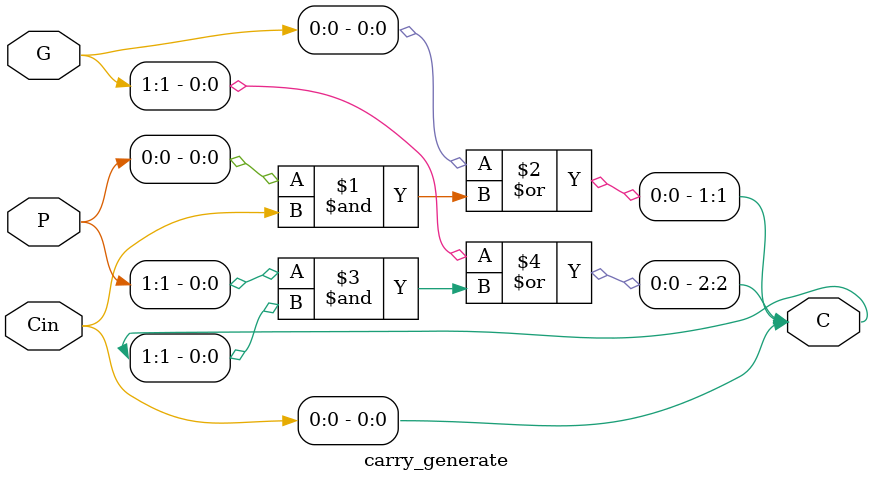
<source format=v>
module carry_generate(P,G,C,Cin);
    parameter N = 2;
    input [N-1:0]P,G;
  	input Cin;
    output [N:0]C;
    assign C[0] =Cin;
    genvar i;
  	generate for(i=1;i<=N;i=i+1) begin
        assign C[i] = G[i-1] | (P[i-1]&C[i-1]);
    end
    endgenerate

endmodule

</source>
